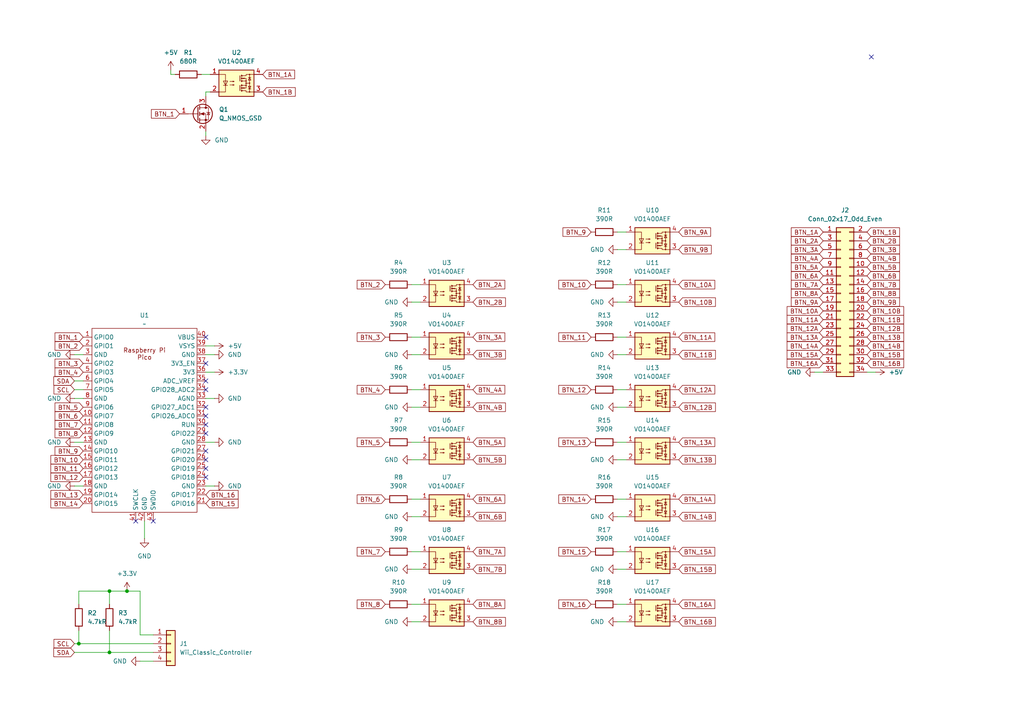
<source format=kicad_sch>
(kicad_sch (version 20231120) (generator "eeschema") (generator_version "8.0")
  (paper "A4")
  (lib_symbols
    (symbol "Connector_Generic:Conn_01x04" (pin_names (offset 1.016) hide)
      (property "Reference" "J" (at 0 5.08 0))
      (property "Value" "Conn_01x04" (at 0 -7.62 0))
      (symbol "Conn_01x04_1_1"
        (rectangle (start -1.27 -4.953) (end 0 -5.207) (stroke (width 0.1524)))
        (rectangle (start -1.27 -2.413) (end 0 -2.667) (stroke (width 0.1524)))
        (rectangle (start -1.27 0.127) (end 0 -0.127) (stroke (width 0.1524)))
        (rectangle (start -1.27 2.667) (end 0 2.413) (stroke (width 0.1524)))
        (rectangle (start -1.27 3.81) (end 1.27 -6.35) (stroke (width 0.254)) (fill (type background)))
        (pin passive line (at -5.08 2.54 0) (length 3.81) (name "Pin_1") (number "1"))
        (pin passive line (at -5.08 0 0) (length 3.81) (name "Pin_2") (number "2"))
        (pin passive line (at -5.08 -2.54 0) (length 3.81) (name "Pin_3") (number "3"))
        (pin passive line (at -5.08 -5.08 0) (length 3.81) (name "Pin_4") (number "4"))
      )
    )
    (symbol "Connector_Generic:Conn_02x17_Odd_Even" (pin_names (offset 1.016) hide)
      (property "Reference" "J" (at 1.27 22.86 0))
      (property "Value" "Conn_02x17_Odd_Even" (at 1.27 -22.86 0))
      (symbol "Conn_02x17_Odd_Even_1_1"
        (rectangle (start -1.27 -20.193) (end 0 -20.447) (stroke (width 0.1524)))
        (rectangle (start -1.27 -17.653) (end 0 -17.907) (stroke (width 0.1524)))
        (rectangle (start -1.27 -15.113) (end 0 -15.367) (stroke (width 0.1524)))
        (rectangle (start -1.27 -12.573) (end 0 -12.827) (stroke (width 0.1524)))
        (rectangle (start -1.27 -10.033) (end 0 -10.287) (stroke (width 0.1524)))
        (rectangle (start -1.27 -7.493) (end 0 -7.747) (stroke (width 0.1524)))
        (rectangle (start -1.27 -4.953) (end 0 -5.207) (stroke (width 0.1524)))
        (rectangle (start -1.27 -2.413) (end 0 -2.667) (stroke (width 0.1524)))
        (rectangle (start -1.27 0.127) (end 0 -0.127) (stroke (width 0.1524)))
        (rectangle (start -1.27 2.667) (end 0 2.413) (stroke (width 0.1524)))
        (rectangle (start -1.27 5.207) (end 0 4.953) (stroke (width 0.1524)))
        (rectangle (start -1.27 7.747) (end 0 7.493) (stroke (width 0.1524)))
        (rectangle (start -1.27 10.287) (end 0 10.033) (stroke (width 0.1524)))
        (rectangle (start -1.27 12.827) (end 0 12.573) (stroke (width 0.1524)))
        (rectangle (start -1.27 15.367) (end 0 15.113) (stroke (width 0.1524)))
        (rectangle (start -1.27 17.907) (end 0 17.653) (stroke (width 0.1524)))
        (rectangle (start -1.27 20.447) (end 0 20.193) (stroke (width 0.1524)))
        (rectangle (start -1.27 21.59) (end 3.81 -21.59) (stroke (width 0.254)) (fill (type background)))
        (rectangle (start 3.81 -20.193) (end 2.54 -20.447) (stroke (width 0.1524)))
        (rectangle (start 3.81 -17.653) (end 2.54 -17.907) (stroke (width 0.1524)))
        (rectangle (start 3.81 -15.113) (end 2.54 -15.367) (stroke (width 0.1524)))
        (rectangle (start 3.81 -12.573) (end 2.54 -12.827) (stroke (width 0.1524)))
        (rectangle (start 3.81 -10.033) (end 2.54 -10.287) (stroke (width 0.1524)))
        (rectangle (start 3.81 -7.493) (end 2.54 -7.747) (stroke (width 0.1524)))
        (rectangle (start 3.81 -4.953) (end 2.54 -5.207) (stroke (width 0.1524)))
        (rectangle (start 3.81 -2.413) (end 2.54 -2.667) (stroke (width 0.1524)))
        (rectangle (start 3.81 0.127) (end 2.54 -0.127) (stroke (width 0.1524)))
        (rectangle (start 3.81 2.667) (end 2.54 2.413) (stroke (width 0.1524)))
        (rectangle (start 3.81 5.207) (end 2.54 4.953) (stroke (width 0.1524)))
        (rectangle (start 3.81 7.747) (end 2.54 7.493) (stroke (width 0.1524)))
        (rectangle (start 3.81 10.287) (end 2.54 10.033) (stroke (width 0.1524)))
        (rectangle (start 3.81 12.827) (end 2.54 12.573) (stroke (width 0.1524)))
        (rectangle (start 3.81 15.367) (end 2.54 15.113) (stroke (width 0.1524)))
        (rectangle (start 3.81 17.907) (end 2.54 17.653) (stroke (width 0.1524)))
        (rectangle (start 3.81 20.447) (end 2.54 20.193) (stroke (width 0.1524)))
        (pin passive line (at -5.08 20.32 0) (length 3.81) (name "Pin_1") (number "1"))
        (pin passive line (at 7.62 10.16 180) (length 3.81) (name "Pin_10") (number "10"))
        (pin passive line (at -5.08 7.62 0) (length 3.81) (name "Pin_11") (number "11"))
        (pin passive line (at 7.62 7.62 180) (length 3.81) (name "Pin_12") (number "12"))
        (pin passive line (at -5.08 5.08 0) (length 3.81) (name "Pin_13") (number "13"))
        (pin passive line (at 7.62 5.08 180) (length 3.81) (name "Pin_14") (number "14"))
        (pin passive line (at -5.08 2.54 0) (length 3.81) (name "Pin_15") (number "15"))
        (pin passive line (at 7.62 2.54 180) (length 3.81) (name "Pin_16") (number "16"))
        (pin passive line (at -5.08 0 0) (length 3.81) (name "Pin_17") (number "17"))
        (pin passive line (at 7.62 0 180) (length 3.81) (name "Pin_18") (number "18"))
        (pin passive line (at -5.08 -2.54 0) (length 3.81) (name "Pin_19") (number "19"))
        (pin passive line (at 7.62 20.32 180) (length 3.81) (name "Pin_2") (number "2"))
        (pin passive line (at 7.62 -2.54 180) (length 3.81) (name "Pin_20") (number "20"))
        (pin passive line (at -5.08 -5.08 0) (length 3.81) (name "Pin_21") (number "21"))
        (pin passive line (at 7.62 -5.08 180) (length 3.81) (name "Pin_22") (number "22"))
        (pin passive line (at -5.08 -7.62 0) (length 3.81) (name "Pin_23") (number "23"))
        (pin passive line (at 7.62 -7.62 180) (length 3.81) (name "Pin_24") (number "24"))
        (pin passive line (at -5.08 -10.16 0) (length 3.81) (name "Pin_25") (number "25"))
        (pin passive line (at 7.62 -10.16 180) (length 3.81) (name "Pin_26") (number "26"))
        (pin passive line (at -5.08 -12.7 0) (length 3.81) (name "Pin_27") (number "27"))
        (pin passive line (at 7.62 -12.7 180) (length 3.81) (name "Pin_28") (number "28"))
        (pin passive line (at -5.08 -15.24 0) (length 3.81) (name "Pin_29") (number "29"))
        (pin passive line (at -5.08 17.78 0) (length 3.81) (name "Pin_3") (number "3"))
        (pin passive line (at 7.62 -15.24 180) (length 3.81) (name "Pin_30") (number "30"))
        (pin passive line (at -5.08 -17.78 0) (length 3.81) (name "Pin_31") (number "31"))
        (pin passive line (at 7.62 -17.78 180) (length 3.81) (name "Pin_32") (number "32"))
        (pin passive line (at -5.08 -20.32 0) (length 3.81) (name "Pin_33") (number "33"))
        (pin passive line (at 7.62 -20.32 180) (length 3.81) (name "Pin_34") (number "34"))
        (pin passive line (at 7.62 17.78 180) (length 3.81) (name "Pin_4") (number "4"))
        (pin passive line (at -5.08 15.24 0) (length 3.81) (name "Pin_5") (number "5"))
        (pin passive line (at 7.62 15.24 180) (length 3.81) (name "Pin_6") (number "6"))
        (pin passive line (at -5.08 12.7 0) (length 3.81) (name "Pin_7") (number "7"))
        (pin passive line (at 7.62 12.7 180) (length 3.81) (name "Pin_8") (number "8"))
        (pin passive line (at -5.08 10.16 0) (length 3.81) (name "Pin_9") (number "9"))
      )
    )
    (symbol "Device:Q_NMOS_GSD" (pin_names (offset 0) hide)
      (property "Reference" "Q" (at 5.08 1.27 0))
      (property "Value" "Q_NMOS_GSD" (at 5.08 -1.27 0))
      (symbol "Q_NMOS_GSD_0_1"
        (polyline (pts (xy 0.254 0) (xy -2.54 0)))
        (polyline (pts (xy 0.254 1.905) (xy 0.254 -1.905)) (stroke (width 0.254)))
        (polyline (pts (xy 0.762 -1.27) (xy 0.762 -2.286)) (stroke (width 0.254)))
        (polyline (pts (xy 0.762 0.508) (xy 0.762 -0.508)) (stroke (width 0.254)))
        (polyline (pts (xy 0.762 2.286) (xy 0.762 1.27)) (stroke (width 0.254)))
        (polyline (pts (xy 2.54 2.54) (xy 2.54 1.778)))
        (polyline (pts (xy 2.54 -2.54) (xy 2.54 0) (xy 0.762 0)))
        (polyline (pts (xy 0.762 -1.778) (xy 3.302 -1.778) (xy 3.302 1.778) (xy 0.762 1.778)))
        (polyline (pts (xy 1.016 0) (xy 2.032 0.381) (xy 2.032 -0.381) (xy 1.016 0)) (fill (type outline)))
        (polyline (pts (xy 2.794 0.508) (xy 2.921 0.381) (xy 3.683 0.381) (xy 3.81 0.254)))
        (polyline (pts (xy 3.302 0.381) (xy 2.921 -0.254) (xy 3.683 -0.254) (xy 3.302 0.381)))
        (circle (center 1.651 0) (radius 2.794) (stroke (width 0.254)))
        (circle (center 2.54 -1.778) (radius 0.254) (fill (type outline)))
        (circle (center 2.54 1.778) (radius 0.254) (fill (type outline)))
      )
      (symbol "Q_NMOS_GSD_1_1"
        (pin input line (at -5.08 0 0) (length 2.54) (name "G") (number "1"))
        (pin passive line (at 2.54 -5.08 90) (length 2.54) (name "S") (number "2"))
        (pin passive line (at 2.54 5.08 270) (length 2.54) (name "D") (number "3"))
      )
    )
    (symbol "Device:R" (pin_numbers hide) (pin_names (offset 0))
      (property "Reference" "R" (at 2.032 0 90))
      (property "Value" "R" (at 0 0 90))
      (symbol "R_0_1"
        (rectangle (start -1.016 -2.54) (end 1.016 2.54) (stroke (width 0.254)))
      )
      (symbol "R_1_1"
        (pin passive line (at 0 3.81 270) (length 1.27) (name "~") (number "1"))
        (pin passive line (at 0 -3.81 90) (length 1.27) (name "~") (number "2"))
      )
    )
    (symbol "Relay_SolidState:ASSR-1218"
      (property "Reference" "U" (at -5.08 5.08 0))
      (property "Value" "ASSR-1218" (at 0 5.08 0))
      (symbol "ASSR-1218_0_1"
        (rectangle (start -5.08 3.81) (end 5.08 -3.81) (stroke (width 0.254)) (fill (type background)))
        (polyline (pts (xy -3.81 -0.635) (xy -2.54 -0.635)))
        (polyline (pts (xy 1.016 -0.635) (xy 1.016 -2.159)) (stroke (width 0.2032)))
        (polyline (pts (xy 1.016 2.159) (xy 1.016 0.635)) (stroke (width 0.2032)))
        (polyline (pts (xy 1.524 -0.508) (xy 1.524 -0.762)) (stroke (width 0.3556)))
        (polyline (pts (xy 2.794 0) (xy 3.81 0)))
        (polyline (pts (xy 3.429 -1.651) (xy 4.191 -1.651)))
        (polyline (pts (xy 3.429 1.651) (xy 4.191 1.651)))
        (polyline (pts (xy 3.81 -2.54) (xy 3.81 2.54)))
        (polyline (pts (xy 1.524 -2.032) (xy 1.524 -2.286) (xy 1.524 -2.286)) (stroke (width 0.3556)))
        (polyline (pts (xy 1.524 -1.27) (xy 1.524 -1.524) (xy 1.524 -1.524)) (stroke (width 0.3556)))
        (polyline (pts (xy 1.524 0.762) (xy 1.524 0.508) (xy 1.524 0.508)) (stroke (width 0.3556)))
        (polyline (pts (xy 1.524 1.524) (xy 1.524 1.27) (xy 1.524 1.27)) (stroke (width 0.3556)))
        (polyline (pts (xy 1.524 2.286) (xy 1.524 2.032) (xy 1.524 2.032)) (stroke (width 0.3556)))
        (polyline (pts (xy 1.651 -1.397) (xy 2.794 -1.397) (xy 2.794 -0.635)))
        (polyline (pts (xy 1.651 1.397) (xy 2.794 1.397) (xy 2.794 0.635)))
        (polyline (pts (xy -5.08 2.54) (xy -3.175 2.54) (xy -3.175 -2.54) (xy -5.08 -2.54)))
        (polyline (pts (xy -3.175 -0.635) (xy -3.81 0.635) (xy -2.54 0.635) (xy -3.175 -0.635)))
        (polyline (pts (xy 1.651 -2.159) (xy 2.794 -2.159) (xy 2.794 -2.54) (xy 5.08 -2.54)))
        (polyline (pts (xy 1.651 -0.635) (xy 2.794 -0.635) (xy 2.794 0.635) (xy 1.651 0.635)))
        (polyline (pts (xy 1.651 2.159) (xy 2.794 2.159) (xy 2.794 2.54) (xy 5.08 2.54)))
        (polyline (pts (xy 1.778 -1.397) (xy 2.286 -1.27) (xy 2.286 -1.524) (xy 1.778 -1.397)))
        (polyline (pts (xy 1.778 1.397) (xy 2.286 1.524) (xy 2.286 1.27) (xy 1.778 1.397)))
        (polyline (pts (xy 3.81 -1.651) (xy 3.429 -0.889) (xy 4.191 -0.889) (xy 3.81 -1.651)))
        (polyline (pts (xy 3.81 1.651) (xy 3.429 0.889) (xy 4.191 0.889) (xy 3.81 1.651)))
        (polyline (pts (xy -1.905 -0.508) (xy -0.635 -0.508) (xy -1.016 -0.635) (xy -1.016 -0.381) (xy -0.635 -0.508)))
        (polyline (pts (xy -1.905 0.508) (xy -0.635 0.508) (xy -1.016 0.381) (xy -1.016 0.635) (xy -0.635 0.508)))
        (circle (center 2.794 -0.635) (radius 0.127))
        (circle (center 2.794 0) (radius 0.127))
        (circle (center 2.794 0.635) (radius 0.127))
        (circle (center 3.81 -2.54) (radius 0.127))
        (circle (center 3.81 0) (radius 0.127))
        (circle (center 3.81 2.54) (radius 0.127))
      )
      (symbol "ASSR-1218_1_1"
        (pin passive line (at -7.62 2.54 0) (length 2.54) (name "~") (number "1"))
        (pin passive line (at -7.62 -2.54 0) (length 2.54) (name "~") (number "2"))
        (pin passive line (at 7.62 -2.54 180) (length 2.54) (name "~") (number "3"))
        (pin passive line (at 7.62 2.54 180) (length 2.54) (name "~") (number "4"))
      )
    )
    (symbol "power:+3.3V" (power) (pin_numbers hide) (pin_names (offset 0) hide)
      (property "Value" "+3.3V" (at 0 3.556 0))
      (symbol "+3.3V_0_1"
        (polyline (pts (xy -0.762 1.27) (xy 0 2.54)))
        (polyline (pts (xy 0 0) (xy 0 2.54)))
        (polyline (pts (xy 0 2.54) (xy 0.762 1.27)))
      )
      (symbol "+3.3V_1_1"
        (pin power_in line (at 0 0 90) (length 0) (name "~") (number "1"))
      )
    )
    (symbol "power:+5V" (power) (pin_numbers hide) (pin_names (offset 0) hide)
      (property "Value" "+5V" (at 0 3.556 0))
      (symbol "+5V_0_1"
        (polyline (pts (xy -0.762 1.27) (xy 0 2.54)))
        (polyline (pts (xy 0 0) (xy 0 2.54)))
        (polyline (pts (xy 0 2.54) (xy 0.762 1.27)))
      )
      (symbol "+5V_1_1"
        (pin power_in line (at 0 0 90) (length 0) (name "~") (number "1"))
      )
    )
    (symbol "power:GND" (power) (pin_numbers hide) (pin_names (offset 0) hide)
      (property "Value" "GND" (at 0 -3.81 0))
      (symbol "GND_0_1"
        (polyline (pts (xy 0 0) (xy 0 -1.27) (xy 1.27 -1.27) (xy 0 -2.54) (xy -1.27 -1.27) (xy 0 -1.27)))
      )
      (symbol "GND_1_1"
        (pin power_in line (at 0 0 270) (length 0) (name "~") (number "1"))
      )
    )
    (symbol "raspberry_pi_pico:RaspberryPiPico"
      (property "Reference" "U" (at 0 28.448 0))
      (symbol "RaspberryPiPico_0_1"
        (rectangle (start -15.24 26.67) (end 15.24 -26.67))
      )
      (symbol "RaspberryPiPico_1_1"
        (text "Raspberry Pi\nPico" (at 0 19.304 0) (effects (font (size 1.27 1.27))))
        (pin bidirectional line (at -17.78 24.13 0) (length 2.54) (name "GPIO0") (number "1"))
        (pin bidirectional line (at -17.78 1.27 0) (length 2.54) (name "GPIO7") (number "10"))
        (pin bidirectional line (at -17.78 -1.27 0) (length 2.54) (name "GPIO8") (number "11"))
        (pin bidirectional line (at -17.78 -3.81 0) (length 2.54) (name "GPIO9") (number "12"))
        (pin power_in line (at -17.78 -6.35 0) (length 2.54) (name "GND") (number "13"))
        (pin bidirectional line (at -17.78 -8.89 0) (length 2.54) (name "GPIO10") (number "14"))
        (pin bidirectional line (at -17.78 -11.43 0) (length 2.54) (name "GPIO11") (number "15"))
        (pin bidirectional line (at -17.78 -13.97 0) (length 2.54) (name "GPIO12") (number "16"))
        (pin bidirectional line (at -17.78 -16.51 0) (length 2.54) (name "GPIO13") (number "17"))
        (pin power_in line (at -17.78 -19.05 0) (length 2.54) (name "GND") (number "18"))
        (pin bidirectional line (at -17.78 -21.59 0) (length 2.54) (name "GPIO14") (number "19"))
        (pin bidirectional line (at -17.78 21.59 0) (length 2.54) (name "GPIO1") (number "2"))
        (pin bidirectional line (at -17.78 -24.13 0) (length 2.54) (name "GPIO15") (number "20"))
        (pin bidirectional line (at 17.78 -24.13 180) (length 2.54) (name "GPIO16") (number "21"))
        (pin bidirectional line (at 17.78 -21.59 180) (length 2.54) (name "GPIO17") (number "22"))
        (pin power_in line (at 17.78 -19.05 180) (length 2.54) (name "GND") (number "23"))
        (pin bidirectional line (at 17.78 -16.51 180) (length 2.54) (name "GPIO18") (number "24"))
        (pin bidirectional line (at 17.78 -13.97 180) (length 2.54) (name "GPIO19") (number "25"))
        (pin bidirectional line (at 17.78 -11.43 180) (length 2.54) (name "GPIO20") (number "26"))
        (pin bidirectional line (at 17.78 -8.89 180) (length 2.54) (name "GPIO21") (number "27"))
        (pin power_in line (at 17.78 -6.35 180) (length 2.54) (name "GND") (number "28"))
        (pin bidirectional line (at 17.78 -3.81 180) (length 2.54) (name "GPIO22") (number "29"))
        (pin power_in line (at -17.78 19.05 0) (length 2.54) (name "GND") (number "3"))
        (pin input line (at 17.78 -1.27 180) (length 2.54) (name "RUN") (number "30"))
        (pin bidirectional line (at 17.78 1.27 180) (length 2.54) (name "GPIO26_ADC0") (number "31"))
        (pin bidirectional line (at 17.78 3.81 180) (length 2.54) (name "GPIO27_ADC1") (number "32"))
        (pin power_in line (at 17.78 6.35 180) (length 2.54) (name "AGND") (number "33"))
        (pin bidirectional line (at 17.78 8.89 180) (length 2.54) (name "GPIO28_ADC2") (number "34"))
        (pin input line (at 17.78 11.43 180) (length 2.54) (name "ADC_VREF") (number "35"))
        (pin power_out line (at 17.78 13.97 180) (length 2.54) (name "3V3") (number "36"))
        (pin input line (at 17.78 16.51 180) (length 2.54) (name "3V3_EN") (number "37"))
        (pin power_in line (at 17.78 19.05 180) (length 2.54) (name "GND") (number "38"))
        (pin power_in line (at 17.78 21.59 180) (length 2.54) (name "VSYS") (number "39"))
        (pin bidirectional line (at -17.78 16.51 0) (length 2.54) (name "GPIO2") (number "4"))
        (pin power_in line (at 17.78 24.13 180) (length 2.54) (name "VBUS") (number "40"))
        (pin bidirectional line (at -2.54 -29.21 90) (length 2.54) (name "SWCLK") (number "41"))
        (pin power_in line (at 0 -29.21 90) (length 2.54) (name "GND") (number "42"))
        (pin bidirectional line (at 2.54 -29.21 90) (length 2.54) (name "SWDIO") (number "43"))
        (pin bidirectional line (at -17.78 13.97 0) (length 2.54) (name "GPIO3") (number "5"))
        (pin bidirectional line (at -17.78 11.43 0) (length 2.54) (name "GPIO4") (number "6"))
        (pin bidirectional line (at -17.78 8.89 0) (length 2.54) (name "GPIO5") (number "7"))
        (pin power_in line (at -17.78 6.35 0) (length 2.54) (name "GND") (number "8"))
        (pin bidirectional line (at -17.78 3.81 0) (length 2.54) (name "GPIO6") (number "9"))
      )
    )
  )
  (junction (at 22.86 186.69))
  (junction (at 31.75 189.23))
  (junction (at 36.83 171.45))
  (junction (at 31.75 171.45))
  (no_connect (at 59.69 105.41))
  (no_connect (at 59.69 135.89))
  (no_connect (at 59.69 118.11))
  (no_connect (at 59.69 120.65))
  (no_connect (at 44.45 151.13))
  (no_connect (at 59.69 97.79))
  (no_connect (at 252.73 16.51))
  (no_connect (at 59.69 130.81))
  (no_connect (at 39.37 151.13))
  (no_connect (at 59.69 133.35))
  (no_connect (at 59.69 110.49))
  (no_connect (at 59.69 113.03))
  (no_connect (at 59.69 125.73))
  (no_connect (at 59.69 138.43))
  (no_connect (at 59.69 123.19))
  (wire (pts (xy 59.69 107.95) (xy 62.23 107.95)))
  (wire (pts (xy 119.38 87.63) (xy 121.92 87.63)))
  (wire (pts (xy 21.59 140.97) (xy 24.13 140.97)))
  (wire (pts (xy 119.38 82.55) (xy 121.92 82.55)))
  (wire (pts (xy 179.07 128.27) (xy 181.61 128.27)))
  (wire (pts (xy 179.07 97.79) (xy 181.61 97.79)))
  (wire (pts (xy 179.07 102.87) (xy 181.61 102.87)))
  (wire (pts (xy 119.38 118.11) (xy 121.92 118.11)))
  (wire (pts (xy 22.86 186.69) (xy 44.45 186.69)))
  (wire (pts (xy 179.07 175.26) (xy 181.61 175.26)))
  (wire (pts (xy 119.38 97.79) (xy 121.92 97.79)))
  (wire (pts (xy 21.59 115.57) (xy 24.13 115.57)))
  (wire (pts (xy 179.07 165.1) (xy 181.61 165.1)))
  (wire (pts (xy 49.53 21.59) (xy 50.8 21.59)))
  (wire (pts (xy 40.64 184.15) (xy 44.45 184.15)))
  (wire (pts (xy 31.75 189.23) (xy 44.45 189.23)))
  (wire (pts (xy 179.07 144.78) (xy 181.61 144.78)))
  (wire (pts (xy 21.59 189.23) (xy 31.75 189.23)))
  (wire (pts (xy 49.53 20.32) (xy 49.53 21.59)))
  (wire (pts (xy 41.91 151.13) (xy 41.91 156.21)))
  (wire (pts (xy 21.59 110.49) (xy 24.13 110.49)))
  (wire (pts (xy 31.75 182.88) (xy 31.75 189.23)))
  (wire (pts (xy 236.22 107.95) (xy 238.76 107.95)))
  (wire (pts (xy 251.46 107.95) (xy 254 107.95)))
  (wire (pts (xy 179.07 67.31) (xy 181.61 67.31)))
  (wire (pts (xy 59.69 128.27) (xy 62.23 128.27)))
  (wire (pts (xy 59.69 140.97) (xy 62.23 140.97)))
  (wire (pts (xy 21.59 102.87) (xy 24.13 102.87)))
  (wire (pts (xy 179.07 133.35) (xy 181.61 133.35)))
  (wire (pts (xy 21.59 128.27) (xy 24.13 128.27)))
  (wire (pts (xy 31.75 171.45) (xy 31.75 175.26)))
  (wire (pts (xy 40.64 171.45) (xy 40.64 184.15)))
  (wire (pts (xy 59.69 102.87) (xy 62.23 102.87)))
  (wire (pts (xy 119.38 165.1) (xy 121.92 165.1)))
  (wire (pts (xy 58.42 21.59) (xy 60.96 21.59)))
  (wire (pts (xy 60.96 26.67) (xy 59.69 26.67)))
  (wire (pts (xy 179.07 72.39) (xy 181.61 72.39)))
  (wire (pts (xy 59.69 26.67) (xy 59.69 27.94)))
  (wire (pts (xy 119.38 160.02) (xy 121.92 160.02)))
  (wire (pts (xy 119.38 144.78) (xy 121.92 144.78)))
  (wire (pts (xy 59.69 100.33) (xy 62.23 100.33)))
  (wire (pts (xy 179.07 82.55) (xy 181.61 82.55)))
  (wire (pts (xy 179.07 118.11) (xy 181.61 118.11)))
  (wire (pts (xy 179.07 149.86) (xy 181.61 149.86)))
  (wire (pts (xy 40.64 191.77) (xy 44.45 191.77)))
  (wire (pts (xy 179.07 160.02) (xy 181.61 160.02)))
  (wire (pts (xy 31.75 171.45) (xy 22.86 171.45)))
  (wire (pts (xy 179.07 87.63) (xy 181.61 87.63)))
  (wire (pts (xy 59.69 115.57) (xy 62.23 115.57)))
  (wire (pts (xy 59.69 38.1) (xy 59.69 39.37)))
  (wire (pts (xy 36.83 171.45) (xy 31.75 171.45)))
  (wire (pts (xy 21.59 113.03) (xy 24.13 113.03)))
  (wire (pts (xy 119.38 113.03) (xy 121.92 113.03)))
  (wire (pts (xy 21.59 186.69) (xy 22.86 186.69)))
  (wire (pts (xy 22.86 171.45) (xy 22.86 175.26)))
  (wire (pts (xy 36.83 171.45) (xy 40.64 171.45)))
  (wire (pts (xy 179.07 113.03) (xy 181.61 113.03)))
  (wire (pts (xy 22.86 182.88) (xy 22.86 186.69)))
  (wire (pts (xy 119.38 133.35) (xy 121.92 133.35)))
  (wire (pts (xy 119.38 175.26) (xy 121.92 175.26)))
  (wire (pts (xy 119.38 102.87) (xy 121.92 102.87)))
  (wire (pts (xy 119.38 149.86) (xy 121.92 149.86)))
  (wire (pts (xy 119.38 180.34) (xy 121.92 180.34)))
  (wire (pts (xy 119.38 128.27) (xy 121.92 128.27)))
  (wire (pts (xy 179.07 180.34) (xy 181.61 180.34)))
  (global_label "BTN_12A" (shape input) (at 196.85 113.03 0) (property "Intersheetrefs" "${INTERSHEET_REFS}" (effects (hide yes))))
  (global_label "BTN_4A" (shape input) (at 238.76 74.93 180) (property "Intersheetrefs" "${INTERSHEET_REFS}" (effects (hide yes))))
  (global_label "BTN_1" (shape input) (at 52.07 33.02 180) (property "Intersheetrefs" "${INTERSHEET_REFS}" (effects (hide yes))))
  (global_label "BTN_13" (shape input) (at 24.13 143.51 180) (property "Intersheetrefs" "${INTERSHEET_REFS}" (effects (hide yes))))
  (global_label "BTN_9B" (shape input) (at 196.85 72.39 0) (property "Intersheetrefs" "${INTERSHEET_REFS}" (effects (hide yes))))
  (global_label "BTN_8A" (shape input) (at 238.76 85.09 180) (property "Intersheetrefs" "${INTERSHEET_REFS}" (effects (hide yes))))
  (global_label "BTN_6B" (shape input) (at 251.46 80.01 0) (property "Intersheetrefs" "${INTERSHEET_REFS}" (effects (hide yes))))
  (global_label "BTN_13A" (shape input) (at 238.76 97.79 180) (property "Intersheetrefs" "${INTERSHEET_REFS}" (effects (hide yes))))
  (global_label "BTN_15B" (shape input) (at 196.85 165.1 0) (property "Intersheetrefs" "${INTERSHEET_REFS}" (effects (hide yes))))
  (global_label "BTN_11B" (shape input) (at 196.85 102.87 0) (property "Intersheetrefs" "${INTERSHEET_REFS}" (effects (hide yes))))
  (global_label "BTN_7B" (shape input) (at 137.16 165.1 0) (property "Intersheetrefs" "${INTERSHEET_REFS}" (effects (hide yes))))
  (global_label "BTN_8B" (shape input) (at 251.46 85.09 0) (property "Intersheetrefs" "${INTERSHEET_REFS}" (effects (hide yes))))
  (global_label "BTN_13B" (shape input) (at 251.46 97.79 0) (property "Intersheetrefs" "${INTERSHEET_REFS}" (effects (hide yes))))
  (global_label "BTN_6" (shape input) (at 111.76 144.78 180) (property "Intersheetrefs" "${INTERSHEET_REFS}" (effects (hide yes))))
  (global_label "BTN_1" (shape input) (at 24.13 97.79 180) (property "Intersheetrefs" "${INTERSHEET_REFS}" (effects (hide yes))))
  (global_label "BTN_2A" (shape input) (at 137.16 82.55 0) (property "Intersheetrefs" "${INTERSHEET_REFS}" (effects (hide yes))))
  (global_label "BTN_2" (shape input) (at 24.13 100.33 180) (property "Intersheetrefs" "${INTERSHEET_REFS}" (effects (hide yes))))
  (global_label "BTN_5B" (shape input) (at 137.16 133.35 0) (property "Intersheetrefs" "${INTERSHEET_REFS}" (effects (hide yes))))
  (global_label "BTN_14" (shape input) (at 24.13 146.05 180) (property "Intersheetrefs" "${INTERSHEET_REFS}" (effects (hide yes))))
  (global_label "BTN_9A" (shape input) (at 238.76 87.63 180) (property "Intersheetrefs" "${INTERSHEET_REFS}" (effects (hide yes))))
  (global_label "BTN_15A" (shape input) (at 238.76 102.87 180) (property "Intersheetrefs" "${INTERSHEET_REFS}" (effects (hide yes))))
  (global_label "BTN_13A" (shape input) (at 196.85 128.27 0) (property "Intersheetrefs" "${INTERSHEET_REFS}" (effects (hide yes))))
  (global_label "BTN_16" (shape input) (at 171.45 175.26 180) (property "Intersheetrefs" "${INTERSHEET_REFS}" (effects (hide yes))))
  (global_label "BTN_7B" (shape input) (at 251.46 82.55 0) (property "Intersheetrefs" "${INTERSHEET_REFS}" (effects (hide yes))))
  (global_label "BTN_7A" (shape input) (at 238.76 82.55 180) (property "Intersheetrefs" "${INTERSHEET_REFS}" (effects (hide yes))))
  (global_label "BTN_3A" (shape input) (at 137.16 97.79 0) (property "Intersheetrefs" "${INTERSHEET_REFS}" (effects (hide yes))))
  (global_label "BTN_12B" (shape input) (at 196.85 118.11 0) (property "Intersheetrefs" "${INTERSHEET_REFS}" (effects (hide yes))))
  (global_label "BTN_3" (shape input) (at 111.76 97.79 180) (property "Intersheetrefs" "${INTERSHEET_REFS}" (effects (hide yes))))
  (global_label "BTN_4" (shape input) (at 111.76 113.03 180) (property "Intersheetrefs" "${INTERSHEET_REFS}" (effects (hide yes))))
  (global_label "BTN_11" (shape input) (at 171.45 97.79 180) (property "Intersheetrefs" "${INTERSHEET_REFS}" (effects (hide yes))))
  (global_label "BTN_4" (shape input) (at 24.13 107.95 180) (property "Intersheetrefs" "${INTERSHEET_REFS}" (effects (hide yes))))
  (global_label "BTN_11A" (shape input) (at 238.76 92.71 180) (property "Intersheetrefs" "${INTERSHEET_REFS}" (effects (hide yes))))
  (global_label "BTN_5A" (shape input) (at 238.76 77.47 180) (property "Intersheetrefs" "${INTERSHEET_REFS}" (effects (hide yes))))
  (global_label "BTN_8B" (shape input) (at 137.16 180.34 0) (property "Intersheetrefs" "${INTERSHEET_REFS}" (effects (hide yes))))
  (global_label "BTN_6B" (shape input) (at 137.16 149.86 0) (property "Intersheetrefs" "${INTERSHEET_REFS}" (effects (hide yes))))
  (global_label "BTN_4B" (shape input) (at 251.46 74.93 0) (property "Intersheetrefs" "${INTERSHEET_REFS}" (effects (hide yes))))
  (global_label "BTN_14B" (shape input) (at 196.85 149.86 0) (property "Intersheetrefs" "${INTERSHEET_REFS}" (effects (hide yes))))
  (global_label "BTN_10B" (shape input) (at 196.85 87.63 0) (property "Intersheetrefs" "${INTERSHEET_REFS}" (effects (hide yes))))
  (global_label "BTN_12B" (shape input) (at 251.46 95.25 0) (property "Intersheetrefs" "${INTERSHEET_REFS}" (effects (hide yes))))
  (global_label "BTN_11" (shape input) (at 24.13 135.89 180) (property "Intersheetrefs" "${INTERSHEET_REFS}" (effects (hide yes))))
  (global_label "BTN_13" (shape input) (at 171.45 128.27 180) (property "Intersheetrefs" "${INTERSHEET_REFS}" (effects (hide yes))))
  (global_label "BTN_10A" (shape input) (at 196.85 82.55 0) (property "Intersheetrefs" "${INTERSHEET_REFS}" (effects (hide yes))))
  (global_label "BTN_14B" (shape input) (at 251.46 100.33 0) (property "Intersheetrefs" "${INTERSHEET_REFS}" (effects (hide yes))))
  (global_label "BTN_1A" (shape input) (at 238.76 67.31 180) (property "Intersheetrefs" "${INTERSHEET_REFS}" (effects (hide yes))))
  (global_label "BTN_5A" (shape input) (at 137.16 128.27 0) (property "Intersheetrefs" "${INTERSHEET_REFS}" (effects (hide yes))))
  (global_label "BTN_3B" (shape input) (at 137.16 102.87 0) (property "Intersheetrefs" "${INTERSHEET_REFS}" (effects (hide yes))))
  (global_label "BTN_13B" (shape input) (at 196.85 133.35 0) (property "Intersheetrefs" "${INTERSHEET_REFS}" (effects (hide yes))))
  (global_label "BTN_5" (shape input) (at 111.76 128.27 180) (property "Intersheetrefs" "${INTERSHEET_REFS}" (effects (hide yes))))
  (global_label "BTN_14A" (shape input) (at 238.76 100.33 180) (property "Intersheetrefs" "${INTERSHEET_REFS}" (effects (hide yes))))
  (global_label "BTN_16A" (shape input) (at 196.85 175.26 0) (property "Intersheetrefs" "${INTERSHEET_REFS}" (effects (hide yes))))
  (global_label "BTN_9" (shape input) (at 24.13 130.81 180) (property "Intersheetrefs" "${INTERSHEET_REFS}" (effects (hide yes))))
  (global_label "BTN_9B" (shape input) (at 251.46 87.63 0) (property "Intersheetrefs" "${INTERSHEET_REFS}" (effects (hide yes))))
  (global_label "BTN_1A" (shape input) (at 76.2 21.59 0) (property "Intersheetrefs" "${INTERSHEET_REFS}" (effects (hide yes))))
  (global_label "BTN_4A" (shape input) (at 137.16 113.03 0) (property "Intersheetrefs" "${INTERSHEET_REFS}" (effects (hide yes))))
  (global_label "BTN_16A" (shape input) (at 238.76 105.41 180) (property "Intersheetrefs" "${INTERSHEET_REFS}" (effects (hide yes))))
  (global_label "BTN_10A" (shape input) (at 238.76 90.17 180) (property "Intersheetrefs" "${INTERSHEET_REFS}" (effects (hide yes))))
  (global_label "BTN_10B" (shape input) (at 251.46 90.17 0) (property "Intersheetrefs" "${INTERSHEET_REFS}" (effects (hide yes))))
  (global_label "BTN_4B" (shape input) (at 137.16 118.11 0) (property "Intersheetrefs" "${INTERSHEET_REFS}" (effects (hide yes))))
  (global_label "BTN_15B" (shape input) (at 251.46 102.87 0) (property "Intersheetrefs" "${INTERSHEET_REFS}" (effects (hide yes))))
  (global_label "BTN_14A" (shape input) (at 196.85 144.78 0) (property "Intersheetrefs" "${INTERSHEET_REFS}" (effects (hide yes))))
  (global_label "BTN_2B" (shape input) (at 251.46 69.85 0) (property "Intersheetrefs" "${INTERSHEET_REFS}" (effects (hide yes))))
  (global_label "BTN_8A" (shape input) (at 137.16 175.26 0) (property "Intersheetrefs" "${INTERSHEET_REFS}" (effects (hide yes))))
  (global_label "BTN_16" (shape input) (at 59.69 143.51 0) (property "Intersheetrefs" "${INTERSHEET_REFS}" (effects (hide yes))))
  (global_label "BTN_3A" (shape input) (at 238.76 72.39 180) (property "Intersheetrefs" "${INTERSHEET_REFS}" (effects (hide yes))))
  (global_label "BTN_9" (shape input) (at 171.45 67.31 180) (property "Intersheetrefs" "${INTERSHEET_REFS}" (effects (hide yes))))
  (global_label "BTN_3B" (shape input) (at 251.46 72.39 0) (property "Intersheetrefs" "${INTERSHEET_REFS}" (effects (hide yes))))
  (global_label "BTN_8" (shape input) (at 111.76 175.26 180) (property "Intersheetrefs" "${INTERSHEET_REFS}" (effects (hide yes))))
  (global_label "BTN_15" (shape input) (at 59.69 146.05 0) (property "Intersheetrefs" "${INTERSHEET_REFS}" (effects (hide yes))))
  (global_label "BTN_6A" (shape input) (at 137.16 144.78 0) (property "Intersheetrefs" "${INTERSHEET_REFS}" (effects (hide yes))))
  (global_label "BTN_6" (shape input) (at 24.13 120.65 180) (property "Intersheetrefs" "${INTERSHEET_REFS}" (effects (hide yes))))
  (global_label "BTN_11A" (shape input) (at 196.85 97.79 0) (property "Intersheetrefs" "${INTERSHEET_REFS}" (effects (hide yes))))
  (global_label "BTN_10" (shape input) (at 24.13 133.35 180) (property "Intersheetrefs" "${INTERSHEET_REFS}" (effects (hide yes))))
  (global_label "BTN_8" (shape input) (at 24.13 125.73 180) (property "Intersheetrefs" "${INTERSHEET_REFS}" (effects (hide yes))))
  (global_label "BTN_15" (shape input) (at 171.45 160.02 180) (property "Intersheetrefs" "${INTERSHEET_REFS}" (effects (hide yes))))
  (global_label "BTN_15A" (shape input) (at 196.85 160.02 0) (property "Intersheetrefs" "${INTERSHEET_REFS}" (effects (hide yes))))
  (global_label "BTN_9A" (shape input) (at 196.85 67.31 0) (property "Intersheetrefs" "${INTERSHEET_REFS}" (effects (hide yes))))
  (global_label "SCL" (shape input) (at 21.59 186.69 180) (property "Intersheetrefs" "${INTERSHEET_REFS}" (effects (hide yes))))
  (global_label "BTN_12" (shape input) (at 171.45 113.03 180) (property "Intersheetrefs" "${INTERSHEET_REFS}" (effects (hide yes))))
  (global_label "BTN_1B" (shape input) (at 251.46 67.31 0) (property "Intersheetrefs" "${INTERSHEET_REFS}" (effects (hide yes))))
  (global_label "BTN_14" (shape input) (at 171.45 144.78 180) (property "Intersheetrefs" "${INTERSHEET_REFS}" (effects (hide yes))))
  (global_label "BTN_12A" (shape input) (at 238.76 95.25 180) (property "Intersheetrefs" "${INTERSHEET_REFS}" (effects (hide yes))))
  (global_label "SDA" (shape input) (at 21.59 189.23 180) (property "Intersheetrefs" "${INTERSHEET_REFS}" (effects (hide yes))))
  (global_label "BTN_1B" (shape input) (at 76.2 26.67 0) (property "Intersheetrefs" "${INTERSHEET_REFS}" (effects (hide yes))))
  (global_label "BTN_16B" (shape input) (at 251.46 105.41 0) (property "Intersheetrefs" "${INTERSHEET_REFS}" (effects (hide yes))))
  (global_label "BTN_5" (shape input) (at 24.13 118.11 180) (property "Intersheetrefs" "${INTERSHEET_REFS}" (effects (hide yes))))
  (global_label "SCL" (shape input) (at 21.59 113.03 180) (property "Intersheetrefs" "${INTERSHEET_REFS}" (effects (hide yes))))
  (global_label "BTN_12" (shape input) (at 24.13 138.43 180) (property "Intersheetrefs" "${INTERSHEET_REFS}" (effects (hide yes))))
  (global_label "BTN_2" (shape input) (at 111.76 82.55 180) (property "Intersheetrefs" "${INTERSHEET_REFS}" (effects (hide yes))))
  (global_label "BTN_10" (shape input) (at 171.45 82.55 180) (property "Intersheetrefs" "${INTERSHEET_REFS}" (effects (hide yes))))
  (global_label "BTN_5B" (shape input) (at 251.46 77.47 0) (property "Intersheetrefs" "${INTERSHEET_REFS}" (effects (hide yes))))
  (global_label "BTN_7A" (shape input) (at 137.16 160.02 0) (property "Intersheetrefs" "${INTERSHEET_REFS}" (effects (hide yes))))
  (global_label "SDA" (shape input) (at 21.59 110.49 180) (property "Intersheetrefs" "${INTERSHEET_REFS}" (effects (hide yes))))
  (global_label "BTN_2B" (shape input) (at 137.16 87.63 0) (property "Intersheetrefs" "${INTERSHEET_REFS}" (effects (hide yes))))
  (global_label "BTN_16B" (shape input) (at 196.85 180.34 0) (property "Intersheetrefs" "${INTERSHEET_REFS}" (effects (hide yes))))
  (global_label "BTN_6A" (shape input) (at 238.76 80.01 180) (property "Intersheetrefs" "${INTERSHEET_REFS}" (effects (hide yes))))
  (global_label "BTN_7" (shape input) (at 24.13 123.19 180) (property "Intersheetrefs" "${INTERSHEET_REFS}" (effects (hide yes))))
  (global_label "BTN_7" (shape input) (at 111.76 160.02 180) (property "Intersheetrefs" "${INTERSHEET_REFS}" (effects (hide yes))))
  (global_label "BTN_3" (shape input) (at 24.13 105.41 180) (property "Intersheetrefs" "${INTERSHEET_REFS}" (effects (hide yes))))
  (global_label "BTN_2A" (shape input) (at 238.76 69.85 180) (property "Intersheetrefs" "${INTERSHEET_REFS}" (effects (hide yes))))
  (global_label "BTN_11B" (shape input) (at 251.46 92.71 0) (property "Intersheetrefs" "${INTERSHEET_REFS}" (effects (hide yes))))
  (symbol (lib_id "power:GND") (at 119.38 87.63 270) (unit 1)
    (property "Reference" "#PWR015" (effects (hide yes)))
    (property "Value" "GND" (at 115.57 87.6299 90) (effects (justify right)))
    (property "Description" "Power symbol creates a global label with name \"GND\" , ground" (effects (hide yes)))
  )
  (symbol (lib_id "Device:R") (at 115.57 113.03 90) (unit 1)
    (property "Reference" "R6" (at 115.57 106.68 90))
    (property "Value" "390R" (at 115.57 109.22 90))
    (property "Footprint" "Resistor_SMD:R_0603_1608Metric_Pad0.98x0.95mm_HandSolder" (effects (hide yes)))
    (property "Description" "Resistor" (effects (hide yes)))
  )
  (symbol (lib_id "power:+5V") (at 254 107.95 270) (unit 1)
    (property "Reference" "#PWR030" (effects (hide yes)))
    (property "Value" "+5V" (at 257.81 107.9499 90) (effects (justify left)))
    (property "Description" "Power symbol creates a global label with name \"+5V\"" (effects (hide yes)))
  )
  (symbol (lib_id "Relay_SolidState:ASSR-1218") (at 129.54 147.32 0) (unit 1)
    (property "Reference" "U7" (at 129.54 138.43 0))
    (property "Value" "VO1400AEF" (at 129.54 140.97 0))
    (property "Footprint" "Package_SO:SO-4_4.4x4.3mm_P2.54mm" (effects (hide yes)))
    (property "Datasheet" "https://www.vishay.com/docs/84724/vo1400aeftr.pdf" (effects (hide yes)))
    (property "Description" "1 Form A Solid-State Relay" (effects (hide yes)))
  )
  (symbol (lib_id "Device:R") (at 175.26 113.03 90) (unit 1)
    (property "Reference" "R14" (at 175.26 106.68 90))
    (property "Value" "390R" (at 175.26 109.22 90))
    (property "Footprint" "Resistor_SMD:R_0603_1608Metric_Pad0.98x0.95mm_HandSolder" (effects (hide yes)))
    (property "Description" "Resistor" (effects (hide yes)))
  )
  (symbol (lib_id "Device:R") (at 175.26 144.78 90) (unit 1)
    (property "Reference" "R16" (at 175.26 138.43 90))
    (property "Value" "390R" (at 175.26 140.97 90))
    (property "Footprint" "Resistor_SMD:R_0603_1608Metric_Pad0.98x0.95mm_HandSolder" (effects (hide yes)))
    (property "Description" "Resistor" (effects (hide yes)))
  )
  (symbol (lib_id "Relay_SolidState:ASSR-1218") (at 129.54 162.56 0) (unit 1)
    (property "Reference" "U8" (at 129.54 153.67 0))
    (property "Value" "VO1400AEF" (at 129.54 156.21 0))
    (property "Footprint" "Package_SO:SO-4_4.4x4.3mm_P2.54mm" (effects (hide yes)))
    (property "Datasheet" "https://www.vishay.com/docs/84724/vo1400aeftr.pdf" (effects (hide yes)))
    (property "Description" "1 Form A Solid-State Relay" (effects (hide yes)))
  )
  (symbol (lib_id "power:GND") (at 119.38 180.34 270) (unit 1)
    (property "Reference" "#PWR021" (effects (hide yes)))
    (property "Value" "GND" (at 115.57 180.3399 90) (effects (justify right)))
    (property "Description" "Power symbol creates a global label with name \"GND\" , ground" (effects (hide yes)))
  )
  (symbol (lib_id "Relay_SolidState:ASSR-1218") (at 129.54 177.8 0) (unit 1)
    (property "Reference" "U9" (at 129.54 168.91 0))
    (property "Value" "VO1400AEF" (at 129.54 171.45 0))
    (property "Footprint" "Package_SO:SO-4_4.4x4.3mm_P2.54mm" (effects (hide yes)))
    (property "Datasheet" "https://www.vishay.com/docs/84724/vo1400aeftr.pdf" (effects (hide yes)))
    (property "Description" "1 Form A Solid-State Relay" (effects (hide yes)))
  )
  (symbol (lib_id "power:GND") (at 62.23 115.57 90) (unit 1)
    (property "Reference" "#PWR05" (effects (hide yes)))
    (property "Value" "GND" (at 66.04 115.5699 90) (effects (justify right)))
    (property "Description" "Power symbol creates a global label with name \"GND\" , ground" (effects (hide yes)))
  )
  (symbol (lib_id "Device:R") (at 115.57 144.78 90) (unit 1)
    (property "Reference" "R8" (at 115.57 138.43 90))
    (property "Value" "390R" (at 115.57 140.97 90))
    (property "Footprint" "Resistor_SMD:R_0603_1608Metric_Pad0.98x0.95mm_HandSolder" (effects (hide yes)))
    (property "Description" "Resistor" (effects (hide yes)))
  )
  (symbol (lib_id "Device:Q_NMOS_GSD") (at 57.15 33.02 0) (unit 1)
    (property "Reference" "Q1" (at 63.5 31.7499 0) (effects (justify left)))
    (property "Value" "Q_NMOS_GSD" (at 63.5 34.2899 0) (effects (justify left)))
    (property "Description" "N-MOSFET transistor, gate/source/drain" (effects (hide yes)))
  )
  (symbol (lib_id "Relay_SolidState:ASSR-1218") (at 189.23 69.85 0) (unit 1)
    (property "Reference" "U10" (at 189.23 60.96 0))
    (property "Value" "VO1400AEF" (at 189.23 63.5 0))
    (property "Footprint" "Package_SO:SO-4_4.4x4.3mm_P2.54mm" (effects (hide yes)))
    (property "Datasheet" "https://www.vishay.com/docs/84724/vo1400aeftr.pdf" (effects (hide yes)))
    (property "Description" "1 Form A Solid-State Relay" (effects (hide yes)))
  )
  (symbol (lib_id "Device:R") (at 115.57 160.02 90) (unit 1)
    (property "Reference" "R9" (at 115.57 153.67 90))
    (property "Value" "390R" (at 115.57 156.21 90))
    (property "Footprint" "Resistor_SMD:R_0603_1608Metric_Pad0.98x0.95mm_HandSolder" (effects (hide yes)))
    (property "Description" "Resistor" (effects (hide yes)))
  )
  (symbol (lib_id "power:GND") (at 179.07 149.86 270) (unit 1)
    (property "Reference" "#PWR027" (effects (hide yes)))
    (property "Value" "GND" (at 175.26 149.8599 90) (effects (justify right)))
    (property "Description" "Power symbol creates a global label with name \"GND\" , ground" (effects (hide yes)))
  )
  (symbol (lib_id "power:GND") (at 21.59 140.97 270) (unit 1)
    (property "Reference" "#PWR011" (effects (hide yes)))
    (property "Value" "GND" (at 17.78 140.9699 90) (effects (justify right)))
    (property "Description" "Power symbol creates a global label with name \"GND\" , ground" (effects (hide yes)))
  )
  (symbol (lib_id "power:+5V") (at 62.23 100.33 270) (unit 1)
    (property "Reference" "#PWR03" (effects (hide yes)))
    (property "Value" "+5V" (at 66.04 100.3299 90) (effects (justify left)))
    (property "Description" "Power symbol creates a global label with name \"+5V\"" (effects (hide yes)))
  )
  (symbol (lib_id "power:GND") (at 119.38 102.87 270) (unit 1)
    (property "Reference" "#PWR016" (effects (hide yes)))
    (property "Value" "GND" (at 115.57 102.8699 90) (effects (justify right)))
    (property "Description" "Power symbol creates a global label with name \"GND\" , ground" (effects (hide yes)))
  )
  (symbol (lib_id "Relay_SolidState:ASSR-1218") (at 129.54 130.81 0) (unit 1)
    (property "Reference" "U6" (at 129.54 121.92 0))
    (property "Value" "VO1400AEF" (at 129.54 124.46 0))
    (property "Footprint" "Package_SO:SO-4_4.4x4.3mm_P2.54mm" (effects (hide yes)))
    (property "Datasheet" "https://www.vishay.com/docs/84724/vo1400aeftr.pdf" (effects (hide yes)))
    (property "Description" "1 Form A Solid-State Relay" (effects (hide yes)))
  )
  (symbol (lib_id "power:GND") (at 179.07 180.34 270) (unit 1)
    (property "Reference" "#PWR029" (effects (hide yes)))
    (property "Value" "GND" (at 175.26 180.3399 90) (effects (justify right)))
    (property "Description" "Power symbol creates a global label with name \"GND\" , ground" (effects (hide yes)))
  )
  (symbol (lib_id "Device:R") (at 115.57 175.26 90) (unit 1)
    (property "Reference" "R10" (at 115.57 168.91 90))
    (property "Value" "390R" (at 115.57 171.45 90))
    (property "Footprint" "Resistor_SMD:R_0603_1608Metric_Pad0.98x0.95mm_HandSolder" (effects (hide yes)))
    (property "Description" "Resistor" (effects (hide yes)))
  )
  (symbol (lib_id "Relay_SolidState:ASSR-1218") (at 129.54 100.33 0) (unit 1)
    (property "Reference" "U4" (at 129.54 91.44 0))
    (property "Value" "VO1400AEF" (at 129.54 93.98 0))
    (property "Footprint" "Package_SO:SO-4_4.4x4.3mm_P2.54mm" (effects (hide yes)))
    (property "Datasheet" "https://www.vishay.com/docs/84724/vo1400aeftr.pdf" (effects (hide yes)))
    (property "Description" "1 Form A Solid-State Relay" (effects (hide yes)))
  )
  (symbol (lib_id "power:GND") (at 179.07 165.1 270) (unit 1)
    (property "Reference" "#PWR028" (effects (hide yes)))
    (property "Value" "GND" (at 175.26 165.0999 90) (effects (justify right)))
    (property "Description" "Power symbol creates a global label with name \"GND\" , ground" (effects (hide yes)))
  )
  (symbol (lib_id "power:GND") (at 59.69 39.37 0) (unit 1)
    (property "Reference" "#PWR014" (effects (hide yes)))
    (property "Value" "GND" (at 62.23 40.6399 0) (effects (justify left)))
    (property "Description" "Power symbol creates a global label with name \"GND\" , ground" (effects (hide yes)))
  )
  (symbol (lib_id "Relay_SolidState:ASSR-1218") (at 129.54 115.57 0) (unit 1)
    (property "Reference" "U5" (at 129.54 106.68 0))
    (property "Value" "VO1400AEF" (at 129.54 109.22 0))
    (property "Footprint" "Package_SO:SO-4_4.4x4.3mm_P2.54mm" (effects (hide yes)))
    (property "Datasheet" "https://www.vishay.com/docs/84724/vo1400aeftr.pdf" (effects (hide yes)))
    (property "Description" "1 Form A Solid-State Relay" (effects (hide yes)))
  )
  (symbol (lib_id "Relay_SolidState:ASSR-1218") (at 189.23 147.32 0) (unit 1)
    (property "Reference" "U15" (at 189.23 138.43 0))
    (property "Value" "VO1400AEF" (at 189.23 140.97 0))
    (property "Footprint" "Package_SO:SO-4_4.4x4.3mm_P2.54mm" (effects (hide yes)))
    (property "Datasheet" "https://www.vishay.com/docs/84724/vo1400aeftr.pdf" (effects (hide yes)))
    (property "Description" "1 Form A Solid-State Relay" (effects (hide yes)))
  )
  (symbol (lib_id "power:GND") (at 41.91 156.21 0) (unit 1)
    (property "Reference" "#PWR02" (effects (hide yes)))
    (property "Value" "GND" (at 41.91 161.29 0))
    (property "Description" "Power symbol creates a global label with name \"GND\" , ground" (effects (hide yes)))
  )
  (symbol (lib_id "Device:R") (at 115.57 97.79 90) (unit 1)
    (property "Reference" "R5" (at 115.57 91.44 90))
    (property "Value" "390R" (at 115.57 93.98 90))
    (property "Footprint" "Resistor_SMD:R_0603_1608Metric_Pad0.98x0.95mm_HandSolder" (effects (hide yes)))
    (property "Description" "Resistor" (effects (hide yes)))
  )
  (symbol (lib_id "power:GND") (at 62.23 140.97 90) (unit 1)
    (property "Reference" "#PWR07" (effects (hide yes)))
    (property "Value" "GND" (at 66.04 140.9699 90) (effects (justify right)))
    (property "Description" "Power symbol creates a global label with name \"GND\" , ground" (effects (hide yes)))
  )
  (symbol (lib_id "power:GND") (at 179.07 118.11 270) (unit 1)
    (property "Reference" "#PWR025" (effects (hide yes)))
    (property "Value" "GND" (at 175.26 118.1099 90) (effects (justify right)))
    (property "Description" "Power symbol creates a global label with name \"GND\" , ground" (effects (hide yes)))
  )
  (symbol (lib_id "power:GND") (at 179.07 133.35 270) (unit 1)
    (property "Reference" "#PWR026" (effects (hide yes)))
    (property "Value" "GND" (at 175.26 133.3499 90) (effects (justify right)))
    (property "Description" "Power symbol creates a global label with name \"GND\" , ground" (effects (hide yes)))
  )
  (symbol (lib_id "raspberry_pi_pico:RaspberryPiPico") (at 41.91 121.92 0) (unit 1)
    (property "Reference" "U1" (at 41.91 91.44 0))
    (property "Value" "~" (at 41.91 93.98 0))
    (property "Footprint" "RPi_Pico:RPi_Pico_SMD_TH" (effects (hide yes)))
  )
  (symbol (lib_id "Device:R") (at 175.26 128.27 90) (unit 1)
    (property "Reference" "R15" (at 175.26 121.92 90))
    (property "Value" "390R" (at 175.26 124.46 90))
    (property "Footprint" "Resistor_SMD:R_0603_1608Metric_Pad0.98x0.95mm_HandSolder" (effects (hide yes)))
    (property "Description" "Resistor" (effects (hide yes)))
  )
  (symbol (lib_id "power:GND") (at 62.23 128.27 90) (unit 1)
    (property "Reference" "#PWR06" (effects (hide yes)))
    (property "Value" "GND" (at 66.04 128.2699 90) (effects (justify right)))
    (property "Description" "Power symbol creates a global label with name \"GND\" , ground" (effects (hide yes)))
  )
  (symbol (lib_id "Device:R") (at 175.26 160.02 90) (unit 1)
    (property "Reference" "R17" (at 175.26 153.67 90))
    (property "Value" "390R" (at 175.26 156.21 90))
    (property "Footprint" "Resistor_SMD:R_0603_1608Metric_Pad0.98x0.95mm_HandSolder" (effects (hide yes)))
    (property "Description" "Resistor" (effects (hide yes)))
  )
  (symbol (lib_id "power:+3.3V") (at 36.83 171.45 0) (unit 1)
    (property "Reference" "#PWR012" (effects (hide yes)))
    (property "Value" "+3.3V" (at 36.83 166.37 0))
  )
  (symbol (lib_id "power:GND") (at 62.23 102.87 90) (unit 1)
    (property "Reference" "#PWR04" (effects (hide yes)))
    (property "Value" "GND" (at 66.04 102.8699 90) (effects (justify right)))
    (property "Description" "Power symbol creates a global label with name \"GND\" , ground" (effects (hide yes)))
  )
  (symbol (lib_id "Relay_SolidState:ASSR-1218") (at 189.23 130.81 0) (unit 1)
    (property "Reference" "U14" (at 189.23 121.92 0))
    (property "Value" "VO1400AEF" (at 189.23 124.46 0))
    (property "Footprint" "Package_SO:SO-4_4.4x4.3mm_P2.54mm" (effects (hide yes)))
    (property "Datasheet" "https://www.vishay.com/docs/84724/vo1400aeftr.pdf" (effects (hide yes)))
    (property "Description" "1 Form A Solid-State Relay" (effects (hide yes)))
  )
  (symbol (lib_id "Device:R") (at 175.26 67.31 90) (unit 1)
    (property "Reference" "R11" (at 175.26 60.96 90))
    (property "Value" "390R" (at 175.26 63.5 90))
    (property "Footprint" "Resistor_SMD:R_0603_1608Metric_Pad0.98x0.95mm_HandSolder" (effects (hide yes)))
    (property "Description" "Resistor" (effects (hide yes)))
  )
  (symbol (lib_id "power:GND") (at 21.59 128.27 270) (unit 1)
    (property "Reference" "#PWR010" (effects (hide yes)))
    (property "Value" "GND" (at 17.78 128.2699 90) (effects (justify right)))
    (property "Description" "Power symbol creates a global label with name \"GND\" , ground" (effects (hide yes)))
  )
  (symbol (lib_id "Connector_Generic:Conn_01x04") (at 49.53 186.69 0) (unit 1)
    (property "Reference" "J1" (at 52.07 186.69 0) (effects (justify left)))
    (property "Value" "Wii_Classic_Controller" (at 52.07 189.23 0) (effects (justify left)))
    (property "Footprint" "Connector_Molex:Molex_KK-254_AE-6410-04A_1x04_P2.54mm_Vertical" (effects (hide yes)))
  )
  (symbol (lib_id "Device:R") (at 31.75 179.07 0) (unit 1)
    (property "Reference" "R3" (at 34.29 177.8 0) (effects (justify left)))
    (property "Value" "4.7kR" (at 34.29 180.34 0) (effects (justify left)))
    (property "Footprint" "Resistor_SMD:R_0805_2012Metric_Pad1.20x1.40mm_HandSolder" (effects (hide yes)))
  )
  (symbol (lib_id "Device:R") (at 175.26 175.26 90) (unit 1)
    (property "Reference" "R18" (at 175.26 168.91 90))
    (property "Value" "390R" (at 175.26 171.45 90))
    (property "Footprint" "Resistor_SMD:R_0603_1608Metric_Pad0.98x0.95mm_HandSolder" (effects (hide yes)))
    (property "Description" "Resistor" (effects (hide yes)))
  )
  (symbol (lib_id "power:GND") (at 236.22 107.95 270) (unit 1)
    (property "Reference" "#PWR031" (effects (hide yes)))
    (property "Value" "GND" (at 232.41 107.9499 90) (effects (justify right)))
    (property "Description" "Power symbol creates a global label with name \"GND\" , ground" (effects (hide yes)))
  )
  (symbol (lib_id "Device:R") (at 175.26 97.79 90) (unit 1)
    (property "Reference" "R13" (at 175.26 91.44 90))
    (property "Value" "390R" (at 175.26 93.98 90))
    (property "Footprint" "Resistor_SMD:R_0603_1608Metric_Pad0.98x0.95mm_HandSolder" (effects (hide yes)))
    (property "Description" "Resistor" (effects (hide yes)))
  )
  (symbol (lib_id "Relay_SolidState:ASSR-1218") (at 189.23 85.09 0) (unit 1)
    (property "Reference" "U11" (at 189.23 76.2 0))
    (property "Value" "VO1400AEF" (at 189.23 78.74 0))
    (property "Footprint" "Package_SO:SO-4_4.4x4.3mm_P2.54mm" (effects (hide yes)))
    (property "Datasheet" "https://www.vishay.com/docs/84724/vo1400aeftr.pdf" (effects (hide yes)))
    (property "Description" "1 Form A Solid-State Relay" (effects (hide yes)))
  )
  (symbol (lib_id "power:GND") (at 119.38 118.11 270) (unit 1)
    (property "Reference" "#PWR017" (effects (hide yes)))
    (property "Value" "GND" (at 115.57 118.1099 90) (effects (justify right)))
    (property "Description" "Power symbol creates a global label with name \"GND\" , ground" (effects (hide yes)))
  )
  (symbol (lib_id "power:GND") (at 119.38 133.35 270) (unit 1)
    (property "Reference" "#PWR018" (effects (hide yes)))
    (property "Value" "GND" (at 115.57 133.3499 90) (effects (justify right)))
    (property "Description" "Power symbol creates a global label with name \"GND\" , ground" (effects (hide yes)))
  )
  (symbol (lib_id "power:GND") (at 179.07 102.87 270) (unit 1)
    (property "Reference" "#PWR024" (effects (hide yes)))
    (property "Value" "GND" (at 175.26 102.8699 90) (effects (justify right)))
    (property "Description" "Power symbol creates a global label with name \"GND\" , ground" (effects (hide yes)))
  )
  (symbol (lib_id "Device:R") (at 22.86 179.07 0) (unit 1)
    (property "Reference" "R2" (at 25.4 177.8 0) (effects (justify left)))
    (property "Value" "4.7kR" (at 25.4 180.34 0) (effects (justify left)))
    (property "Footprint" "Resistor_SMD:R_0805_2012Metric_Pad1.20x1.40mm_HandSolder" (effects (hide yes)))
  )
  (symbol (lib_id "Connector_Generic:Conn_02x17_Odd_Even") (at 243.84 87.63 0) (unit 1)
    (property "Reference" "J2" (at 245.11 60.96 0))
    (property "Value" "Conn_02x17_Odd_Even" (at 245.11 63.5 0))
    (property "Footprint" "Connector_IDC:IDC-Header_2x17_P2.54mm_Vertical" (effects (hide yes)))
    (property "Description" "Generic connector, double row, 02x17, odd/even pin numbering scheme (row 1 odd numbers, row 2 even numbers), script generated (kicad-library-utils/schlib/autogen/connector/)" (effects (hide yes)))
  )
  (symbol (lib_id "power:GND") (at 119.38 165.1 270) (unit 1)
    (property "Reference" "#PWR020" (effects (hide yes)))
    (property "Value" "GND" (at 115.57 165.0999 90) (effects (justify right)))
    (property "Description" "Power symbol creates a global label with name \"GND\" , ground" (effects (hide yes)))
  )
  (symbol (lib_id "Device:R") (at 175.26 82.55 90) (unit 1)
    (property "Reference" "R12" (at 175.26 76.2 90))
    (property "Value" "390R" (at 175.26 78.74 90))
    (property "Footprint" "Resistor_SMD:R_0603_1608Metric_Pad0.98x0.95mm_HandSolder" (effects (hide yes)))
    (property "Description" "Resistor" (effects (hide yes)))
  )
  (symbol (lib_id "Relay_SolidState:ASSR-1218") (at 189.23 100.33 0) (unit 1)
    (property "Reference" "U12" (at 189.23 91.44 0))
    (property "Value" "VO1400AEF" (at 189.23 93.98 0))
    (property "Footprint" "Package_SO:SO-4_4.4x4.3mm_P2.54mm" (effects (hide yes)))
    (property "Datasheet" "https://www.vishay.com/docs/84724/vo1400aeftr.pdf" (effects (hide yes)))
    (property "Description" "1 Form A Solid-State Relay" (effects (hide yes)))
  )
  (symbol (lib_id "power:+5V") (at 49.53 20.32 0) (unit 1)
    (property "Reference" "#PWR032" (effects (hide yes)))
    (property "Value" "+5V" (at 49.53 15.24 0))
    (property "Description" "Power symbol creates a global label with name \"+5V\"" (effects (hide yes)))
  )
  (symbol (lib_id "Relay_SolidState:ASSR-1218") (at 68.58 24.13 0) (unit 1)
    (property "Reference" "U2" (at 68.58 15.24 0))
    (property "Value" "VO1400AEF" (at 68.58 17.78 0))
    (property "Footprint" "Package_SO:SO-4_4.4x4.3mm_P2.54mm" (effects (hide yes)))
    (property "Datasheet" "https://www.vishay.com/docs/84724/vo1400aeftr.pdf" (effects (hide yes)))
    (property "Description" "1 Form A Solid-State Relay" (effects (hide yes)))
  )
  (symbol (lib_id "Device:R") (at 115.57 128.27 90) (unit 1)
    (property "Reference" "R7" (at 115.57 121.92 90))
    (property "Value" "390R" (at 115.57 124.46 90))
    (property "Footprint" "Resistor_SMD:R_0603_1608Metric_Pad0.98x0.95mm_HandSolder" (effects (hide yes)))
    (property "Description" "Resistor" (effects (hide yes)))
  )
  (symbol (lib_id "Relay_SolidState:ASSR-1218") (at 189.23 162.56 0) (unit 1)
    (property "Reference" "U16" (at 189.23 153.67 0))
    (property "Value" "VO1400AEF" (at 189.23 156.21 0))
    (property "Footprint" "Package_SO:SO-4_4.4x4.3mm_P2.54mm" (effects (hide yes)))
    (property "Datasheet" "https://www.vishay.com/docs/84724/vo1400aeftr.pdf" (effects (hide yes)))
    (property "Description" "1 Form A Solid-State Relay" (effects (hide yes)))
  )
  (symbol (lib_id "Device:R") (at 115.57 82.55 90) (unit 1)
    (property "Reference" "R4" (at 115.57 76.2 90))
    (property "Value" "390R" (at 115.57 78.74 90))
    (property "Footprint" "Resistor_SMD:R_0603_1608Metric_Pad0.98x0.95mm_HandSolder" (effects (hide yes)))
    (property "Description" "Resistor" (effects (hide yes)))
  )
  (symbol (lib_id "power:GND") (at 119.38 149.86 270) (unit 1)
    (property "Reference" "#PWR019" (effects (hide yes)))
    (property "Value" "GND" (at 115.57 149.8599 90) (effects (justify right)))
    (property "Description" "Power symbol creates a global label with name \"GND\" , ground" (effects (hide yes)))
  )
  (symbol (lib_id "Relay_SolidState:ASSR-1218") (at 189.23 115.57 0) (unit 1)
    (property "Reference" "U13" (at 189.23 106.68 0))
    (property "Value" "VO1400AEF" (at 189.23 109.22 0))
    (property "Footprint" "Package_SO:SO-4_4.4x4.3mm_P2.54mm" (effects (hide yes)))
    (property "Datasheet" "https://www.vishay.com/docs/84724/vo1400aeftr.pdf" (effects (hide yes)))
    (property "Description" "1 Form A Solid-State Relay" (effects (hide yes)))
  )
  (symbol (lib_id "power:GND") (at 21.59 115.57 270) (unit 1)
    (property "Reference" "#PWR09" (effects (hide yes)))
    (property "Value" "GND" (at 17.78 115.5699 90) (effects (justify right)))
    (property "Description" "Power symbol creates a global label with name \"GND\" , ground" (effects (hide yes)))
  )
  (symbol (lib_id "power:GND") (at 21.59 102.87 270) (unit 1)
    (property "Reference" "#PWR08" (effects (hide yes)))
    (property "Value" "GND" (at 17.78 102.8699 90) (effects (justify right)))
    (property "Description" "Power symbol creates a global label with name \"GND\" , ground" (effects (hide yes)))
  )
  (symbol (lib_id "Device:R") (at 54.61 21.59 90) (unit 1)
    (property "Reference" "R1" (at 54.61 15.24 90))
    (property "Value" "680R" (at 54.61 17.78 90))
    (property "Footprint" "Resistor_SMD:R_0603_1608Metric_Pad0.98x0.95mm_HandSolder" (effects (hide yes)))
    (property "Description" "Resistor" (effects (hide yes)))
  )
  (symbol (lib_id "power:GND") (at 179.07 87.63 270) (unit 1)
    (property "Reference" "#PWR023" (effects (hide yes)))
    (property "Value" "GND" (at 175.26 87.6299 90) (effects (justify right)))
    (property "Description" "Power symbol creates a global label with name \"GND\" , ground" (effects (hide yes)))
  )
  (symbol (lib_id "Relay_SolidState:ASSR-1218") (at 129.54 85.09 0) (unit 1)
    (property "Reference" "U3" (at 129.54 76.2 0))
    (property "Value" "VO1400AEF" (at 129.54 78.74 0))
    (property "Footprint" "Package_SO:SO-4_4.4x4.3mm_P2.54mm" (effects (hide yes)))
    (property "Datasheet" "https://www.vishay.com/docs/84724/vo1400aeftr.pdf" (effects (hide yes)))
    (property "Description" "1 Form A Solid-State Relay" (effects (hide yes)))
  )
  (symbol (lib_id "Relay_SolidState:ASSR-1218") (at 189.23 177.8 0) (unit 1)
    (property "Reference" "U17" (at 189.23 168.91 0))
    (property "Value" "VO1400AEF" (at 189.23 171.45 0))
    (property "Footprint" "Package_SO:SO-4_4.4x4.3mm_P2.54mm" (effects (hide yes)))
    (property "Datasheet" "https://www.vishay.com/docs/84724/vo1400aeftr.pdf" (effects (hide yes)))
    (property "Description" "1 Form A Solid-State Relay" (effects (hide yes)))
  )
  (symbol (lib_id "power:GND") (at 179.07 72.39 270) (unit 1)
    (property "Reference" "#PWR022" (effects (hide yes)))
    (property "Value" "GND" (at 175.26 72.3899 90) (effects (justify right)))
    (property "Description" "Power symbol creates a global label with name \"GND\" , ground" (effects (hide yes)))
  )
  (symbol (lib_id "power:+3.3V") (at 62.23 107.95 270) (unit 1)
    (property "Reference" "#PWR01" (effects (hide yes)))
    (property "Value" "+3.3V" (at 66.04 107.9499 90) (effects (justify left)))
    (property "Description" "Power symbol creates a global label with name \"+3.3V\"" (effects (hide yes)))
  )
  (symbol (lib_id "power:GND") (at 40.64 191.77 270) (unit 1)
    (property "Reference" "#PWR013" (effects (hide yes)))
    (property "Value" "GND" (at 36.83 191.77 90) (effects (justify right)))
  )
)
</source>
